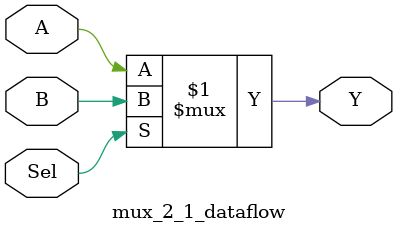
<source format=v>
/*
	2 to 1 multiplexer using dataflow
	using conditional operatopr. conditional operator always create 2 to 1 mux
	output = conditional exp ? true_exp : false_exp ;
	*/
	
module mux_2_1_dataflow (A,B,Sel,Y);

output Y;
input A;
input B;
input Sel;

assign Y = (Sel ? B : A ); //dataflow

// assign Y = (Sel == 0 ? A : B ); //other way for conditional operator

endmodule
</source>
